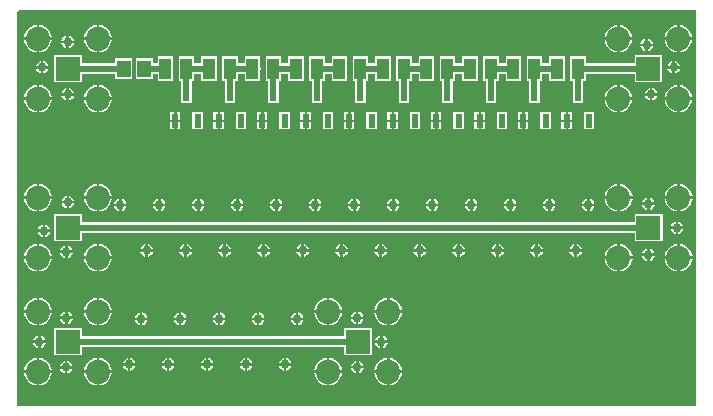
<source format=gtl>
G04*
G04 #@! TF.GenerationSoftware,Altium Limited,Altium Designer,20.0.13 (296)*
G04*
G04 Layer_Physical_Order=1*
G04 Layer_Color=255*
%FSLAX23Y23*%
%MOIN*%
G70*
G01*
G75*
%ADD14R,0.024X0.045*%
%ADD15R,0.040X0.070*%
%ADD16R,0.045X0.057*%
%ADD23C,0.021*%
%ADD24R,0.081X0.081*%
%ADD25C,0.081*%
%ADD26C,0.030*%
G36*
X2280Y15D02*
X15D01*
Y1329D01*
X21Y1335D01*
X2280D01*
Y15D01*
D02*
G37*
%LPC*%
G36*
X2224Y1286D02*
Y1244D01*
X2266D01*
X2265Y1252D01*
X2260Y1263D01*
X2253Y1273D01*
X2243Y1280D01*
X2232Y1285D01*
X2224Y1286D01*
D02*
G37*
G36*
X2024D02*
Y1244D01*
X2066D01*
X2065Y1252D01*
X2060Y1263D01*
X2053Y1273D01*
X2043Y1280D01*
X2032Y1285D01*
X2024Y1286D01*
D02*
G37*
G36*
X2216D02*
X2208Y1285D01*
X2197Y1280D01*
X2187Y1273D01*
X2180Y1263D01*
X2175Y1252D01*
X2174Y1244D01*
X2216D01*
Y1286D01*
D02*
G37*
G36*
X2016D02*
X2008Y1285D01*
X1997Y1280D01*
X1987Y1273D01*
X1980Y1263D01*
X1975Y1252D01*
X1974Y1244D01*
X2016D01*
Y1286D01*
D02*
G37*
G36*
X289D02*
Y1244D01*
X331D01*
X330Y1252D01*
X325Y1263D01*
X318Y1273D01*
X308Y1280D01*
X297Y1285D01*
X289Y1286D01*
D02*
G37*
G36*
X281D02*
X273Y1285D01*
X262Y1280D01*
X252Y1273D01*
X245Y1263D01*
X240Y1252D01*
X239Y1244D01*
X281D01*
Y1286D01*
D02*
G37*
G36*
X89D02*
Y1244D01*
X131D01*
X130Y1252D01*
X125Y1263D01*
X118Y1273D01*
X108Y1280D01*
X97Y1285D01*
X89Y1286D01*
D02*
G37*
G36*
X81D02*
X73Y1285D01*
X62Y1280D01*
X52Y1273D01*
X45Y1263D01*
X40Y1252D01*
X39Y1244D01*
X81D01*
Y1286D01*
D02*
G37*
G36*
X188Y1250D02*
Y1233D01*
X205D01*
X204Y1238D01*
X199Y1245D01*
X192Y1249D01*
X188Y1250D01*
D02*
G37*
G36*
X180D02*
X176Y1249D01*
X169Y1245D01*
X164Y1238D01*
X163Y1233D01*
X180D01*
Y1250D01*
D02*
G37*
G36*
X2118Y1240D02*
Y1223D01*
X2135D01*
X2134Y1228D01*
X2129Y1235D01*
X2122Y1239D01*
X2118Y1240D01*
D02*
G37*
G36*
X2110D02*
X2106Y1239D01*
X2099Y1235D01*
X2094Y1228D01*
X2093Y1223D01*
X2110D01*
Y1240D01*
D02*
G37*
G36*
X205Y1225D02*
X188D01*
Y1209D01*
X192Y1210D01*
X199Y1214D01*
X204Y1221D01*
X205Y1225D01*
D02*
G37*
G36*
X180D02*
X163D01*
X164Y1221D01*
X169Y1214D01*
X176Y1210D01*
X180Y1209D01*
Y1225D01*
D02*
G37*
G36*
X2135Y1215D02*
X2118D01*
Y1199D01*
X2122Y1200D01*
X2129Y1204D01*
X2134Y1211D01*
X2135Y1215D01*
D02*
G37*
G36*
X2110D02*
X2093D01*
X2094Y1211D01*
X2099Y1204D01*
X2106Y1200D01*
X2110Y1199D01*
Y1215D01*
D02*
G37*
G36*
X2266Y1236D02*
X2224D01*
Y1194D01*
X2232Y1195D01*
X2243Y1200D01*
X2253Y1207D01*
X2260Y1217D01*
X2265Y1228D01*
X2266Y1236D01*
D02*
G37*
G36*
X2066D02*
X2024D01*
Y1194D01*
X2032Y1195D01*
X2043Y1200D01*
X2053Y1207D01*
X2060Y1217D01*
X2065Y1228D01*
X2066Y1236D01*
D02*
G37*
G36*
X331Y1236D02*
X289D01*
Y1194D01*
X297Y1195D01*
X308Y1200D01*
X318Y1207D01*
X325Y1217D01*
X330Y1228D01*
X331Y1236D01*
D02*
G37*
G36*
X281D02*
X239D01*
X240Y1228D01*
X245Y1217D01*
X252Y1207D01*
X262Y1200D01*
X273Y1195D01*
X281Y1194D01*
Y1236D01*
D02*
G37*
G36*
X131D02*
X89D01*
Y1194D01*
X97Y1195D01*
X108Y1200D01*
X118Y1207D01*
X125Y1217D01*
X130Y1228D01*
X131Y1236D01*
D02*
G37*
G36*
X81D02*
X39D01*
X40Y1228D01*
X45Y1217D01*
X52Y1207D01*
X62Y1200D01*
X73Y1195D01*
X81Y1194D01*
Y1236D01*
D02*
G37*
G36*
X2216Y1236D02*
X2174D01*
X2175Y1228D01*
X2180Y1217D01*
X2187Y1207D01*
X2197Y1200D01*
X2208Y1195D01*
X2216Y1194D01*
Y1236D01*
D02*
G37*
G36*
X2016D02*
X1974D01*
X1975Y1228D01*
X1980Y1217D01*
X1987Y1207D01*
X1997Y1200D01*
X2008Y1195D01*
X2016Y1194D01*
Y1236D01*
D02*
G37*
G36*
X2166Y1186D02*
X2074D01*
Y1157D01*
X1911D01*
Y1181D01*
X1859D01*
Y1099D01*
X1867D01*
X1868Y1094D01*
Y1083D01*
X1867D01*
Y1026D01*
X1903D01*
Y1083D01*
X1902D01*
Y1094D01*
X1902Y1094D01*
Y1099D01*
X1911D01*
Y1123D01*
X2074D01*
Y1094D01*
X2166D01*
Y1186D01*
D02*
G37*
G36*
X1841Y1181D02*
X1789D01*
Y1157D01*
X1766D01*
Y1181D01*
X1714D01*
Y1099D01*
X1722D01*
X1723Y1094D01*
Y1083D01*
X1722D01*
Y1026D01*
X1758D01*
Y1083D01*
X1757D01*
Y1094D01*
X1757Y1094D01*
Y1099D01*
X1766D01*
Y1123D01*
X1789D01*
Y1099D01*
X1841D01*
Y1181D01*
D02*
G37*
G36*
X1696D02*
X1644D01*
Y1157D01*
X1621D01*
Y1181D01*
X1569D01*
Y1099D01*
X1577D01*
X1578Y1094D01*
Y1083D01*
X1577D01*
Y1026D01*
X1613D01*
Y1083D01*
X1612D01*
Y1094D01*
X1612Y1094D01*
Y1099D01*
X1621D01*
Y1123D01*
X1644D01*
Y1099D01*
X1696D01*
Y1181D01*
D02*
G37*
G36*
X1551D02*
X1499D01*
Y1157D01*
X1476D01*
Y1181D01*
X1424D01*
Y1099D01*
X1432D01*
X1433Y1094D01*
Y1083D01*
X1432D01*
Y1026D01*
X1468D01*
Y1083D01*
X1467D01*
Y1094D01*
X1467Y1094D01*
Y1099D01*
X1476D01*
Y1123D01*
X1499D01*
Y1099D01*
X1551D01*
Y1181D01*
D02*
G37*
G36*
X1406D02*
X1354D01*
Y1157D01*
X1331D01*
Y1181D01*
X1279D01*
Y1099D01*
X1287D01*
X1288Y1094D01*
Y1083D01*
X1287D01*
Y1026D01*
X1323D01*
Y1083D01*
X1322D01*
Y1094D01*
X1322Y1094D01*
Y1099D01*
X1331D01*
Y1123D01*
X1354D01*
Y1099D01*
X1406D01*
Y1181D01*
D02*
G37*
G36*
X1261D02*
X1209D01*
Y1157D01*
X1186D01*
Y1181D01*
X1134D01*
Y1099D01*
X1143D01*
Y1087D01*
X1143Y1087D01*
Y1083D01*
X1142D01*
Y1026D01*
X1178D01*
Y1083D01*
X1178D01*
X1177Y1087D01*
Y1099D01*
X1186D01*
Y1123D01*
X1209D01*
Y1099D01*
X1261D01*
Y1181D01*
D02*
G37*
G36*
X1116D02*
X1064D01*
Y1157D01*
X1041D01*
Y1181D01*
X989D01*
Y1099D01*
X998D01*
Y1087D01*
X998Y1087D01*
Y1083D01*
X997D01*
Y1026D01*
X1033D01*
Y1083D01*
X1033D01*
X1032Y1087D01*
Y1099D01*
X1041D01*
Y1123D01*
X1064D01*
Y1099D01*
X1116D01*
Y1181D01*
D02*
G37*
G36*
X971D02*
X919D01*
Y1157D01*
X896D01*
Y1181D01*
X844D01*
Y1099D01*
X853D01*
Y1083D01*
X852D01*
Y1026D01*
X888D01*
Y1083D01*
X887D01*
Y1099D01*
X896D01*
Y1123D01*
X919D01*
Y1099D01*
X971D01*
Y1136D01*
X972Y1140D01*
X971Y1144D01*
Y1181D01*
D02*
G37*
G36*
X826D02*
X774D01*
Y1157D01*
X751D01*
Y1181D01*
X699D01*
Y1099D01*
X708D01*
Y1083D01*
X707D01*
Y1026D01*
X743D01*
Y1083D01*
X742D01*
Y1099D01*
X751D01*
Y1123D01*
X774D01*
Y1099D01*
X826D01*
Y1136D01*
X827Y1140D01*
X826Y1144D01*
Y1181D01*
D02*
G37*
G36*
X536Y1181D02*
X484D01*
Y1157D01*
X468D01*
Y1175D01*
X411D01*
Y1105D01*
X468D01*
Y1123D01*
X484D01*
Y1099D01*
X536D01*
Y1181D01*
D02*
G37*
G36*
X2208Y1165D02*
Y1148D01*
X2225D01*
X2224Y1153D01*
X2219Y1160D01*
X2212Y1164D01*
X2208Y1165D01*
D02*
G37*
G36*
X2200D02*
X2196Y1164D01*
X2189Y1160D01*
X2184Y1153D01*
X2183Y1148D01*
X2200D01*
Y1165D01*
D02*
G37*
G36*
X103D02*
Y1148D01*
X120D01*
X119Y1153D01*
X114Y1160D01*
X107Y1164D01*
X103Y1165D01*
D02*
G37*
G36*
X95D02*
X91Y1164D01*
X84Y1160D01*
X79Y1153D01*
X78Y1148D01*
X95D01*
Y1165D01*
D02*
G37*
G36*
X120Y1140D02*
X103D01*
Y1124D01*
X107Y1125D01*
X114Y1129D01*
X119Y1136D01*
X120Y1140D01*
D02*
G37*
G36*
X95D02*
X78D01*
X79Y1136D01*
X84Y1129D01*
X91Y1125D01*
X95Y1124D01*
Y1140D01*
D02*
G37*
G36*
X2225D02*
X2208D01*
Y1124D01*
X2212Y1125D01*
X2219Y1129D01*
X2224Y1136D01*
X2225Y1140D01*
D02*
G37*
G36*
X2200D02*
X2183D01*
X2184Y1136D01*
X2189Y1129D01*
X2196Y1125D01*
X2200Y1124D01*
Y1140D01*
D02*
G37*
G36*
X231Y1186D02*
X139D01*
Y1094D01*
X231D01*
Y1123D01*
X342D01*
Y1105D01*
X399D01*
Y1175D01*
X342D01*
Y1157D01*
X231D01*
Y1186D01*
D02*
G37*
G36*
X606Y1181D02*
X554D01*
Y1099D01*
X563D01*
Y1087D01*
X563Y1087D01*
Y1083D01*
X562D01*
Y1026D01*
X598D01*
Y1083D01*
X598D01*
X597Y1087D01*
Y1099D01*
X606D01*
Y1123D01*
X629D01*
Y1099D01*
X681D01*
Y1181D01*
X629D01*
Y1157D01*
X606D01*
Y1181D01*
D02*
G37*
G36*
X2133Y1075D02*
Y1058D01*
X2150D01*
X2149Y1063D01*
X2144Y1070D01*
X2137Y1074D01*
X2133Y1075D01*
D02*
G37*
G36*
X2125D02*
X2121Y1074D01*
X2114Y1070D01*
X2109Y1063D01*
X2108Y1058D01*
X2125D01*
Y1075D01*
D02*
G37*
G36*
X188D02*
Y1058D01*
X205D01*
X204Y1063D01*
X199Y1070D01*
X192Y1074D01*
X188Y1075D01*
D02*
G37*
G36*
X180D02*
X176Y1074D01*
X169Y1070D01*
X164Y1063D01*
X163Y1058D01*
X180D01*
Y1075D01*
D02*
G37*
G36*
X2224Y1086D02*
Y1044D01*
X2266D01*
X2265Y1052D01*
X2260Y1063D01*
X2253Y1073D01*
X2243Y1080D01*
X2232Y1085D01*
X2224Y1086D01*
D02*
G37*
G36*
X2024D02*
Y1044D01*
X2066D01*
X2065Y1052D01*
X2060Y1063D01*
X2053Y1073D01*
X2043Y1080D01*
X2032Y1085D01*
X2024Y1086D01*
D02*
G37*
G36*
X2216D02*
X2208Y1085D01*
X2197Y1080D01*
X2187Y1073D01*
X2180Y1063D01*
X2175Y1052D01*
X2174Y1044D01*
X2216D01*
Y1086D01*
D02*
G37*
G36*
X2016D02*
X2008Y1085D01*
X1997Y1080D01*
X1987Y1073D01*
X1980Y1063D01*
X1975Y1052D01*
X1974Y1044D01*
X2016D01*
Y1086D01*
D02*
G37*
G36*
X289D02*
Y1044D01*
X331D01*
X330Y1052D01*
X325Y1063D01*
X318Y1073D01*
X308Y1080D01*
X297Y1085D01*
X289Y1086D01*
D02*
G37*
G36*
X281D02*
X273Y1085D01*
X262Y1080D01*
X252Y1073D01*
X245Y1063D01*
X240Y1052D01*
X239Y1044D01*
X281D01*
Y1086D01*
D02*
G37*
G36*
X89D02*
Y1044D01*
X131D01*
X130Y1052D01*
X125Y1063D01*
X118Y1073D01*
X108Y1080D01*
X97Y1085D01*
X89Y1086D01*
D02*
G37*
G36*
X81D02*
X73Y1085D01*
X62Y1080D01*
X52Y1073D01*
X45Y1063D01*
X40Y1052D01*
X39Y1044D01*
X81D01*
Y1086D01*
D02*
G37*
G36*
X2150Y1050D02*
X2133D01*
Y1034D01*
X2137Y1035D01*
X2144Y1039D01*
X2149Y1046D01*
X2150Y1050D01*
D02*
G37*
G36*
X2125D02*
X2108D01*
X2109Y1046D01*
X2114Y1039D01*
X2121Y1035D01*
X2125Y1034D01*
Y1050D01*
D02*
G37*
G36*
X205D02*
X188D01*
Y1034D01*
X192Y1035D01*
X199Y1039D01*
X204Y1046D01*
X205Y1050D01*
D02*
G37*
G36*
X180D02*
X163D01*
X164Y1046D01*
X169Y1039D01*
X176Y1035D01*
X180Y1034D01*
Y1050D01*
D02*
G37*
G36*
X2266Y1036D02*
X2224D01*
Y994D01*
X2232Y995D01*
X2243Y1000D01*
X2253Y1007D01*
X2260Y1017D01*
X2265Y1028D01*
X2266Y1036D01*
D02*
G37*
G36*
X2066D02*
X2024D01*
Y994D01*
X2032Y995D01*
X2043Y1000D01*
X2053Y1007D01*
X2060Y1017D01*
X2065Y1028D01*
X2066Y1036D01*
D02*
G37*
G36*
X331Y1036D02*
X289D01*
Y994D01*
X297Y995D01*
X308Y1000D01*
X318Y1007D01*
X325Y1017D01*
X330Y1028D01*
X331Y1036D01*
D02*
G37*
G36*
X281D02*
X239D01*
X240Y1028D01*
X245Y1017D01*
X252Y1007D01*
X262Y1000D01*
X273Y995D01*
X281Y994D01*
Y1036D01*
D02*
G37*
G36*
X131D02*
X89D01*
Y994D01*
X97Y995D01*
X108Y1000D01*
X118Y1007D01*
X125Y1017D01*
X130Y1028D01*
X131Y1036D01*
D02*
G37*
G36*
X81D02*
X39D01*
X40Y1028D01*
X45Y1017D01*
X52Y1007D01*
X62Y1000D01*
X73Y995D01*
X81Y994D01*
Y1036D01*
D02*
G37*
G36*
X2216Y1036D02*
X2174D01*
X2175Y1028D01*
X2180Y1017D01*
X2187Y1007D01*
X2197Y1000D01*
X2208Y995D01*
X2216Y994D01*
Y1036D01*
D02*
G37*
G36*
X2016D02*
X1974D01*
X1975Y1028D01*
X1980Y1017D01*
X1987Y1007D01*
X1997Y1000D01*
X2008Y995D01*
X2016Y994D01*
Y1036D01*
D02*
G37*
G36*
X1720Y994D02*
X1707D01*
Y970D01*
X1720D01*
Y994D01*
D02*
G37*
G36*
X1575D02*
X1562D01*
Y970D01*
X1575D01*
Y994D01*
D02*
G37*
G36*
X1140D02*
X1127D01*
Y970D01*
X1140D01*
Y994D01*
D02*
G37*
G36*
X705D02*
X692D01*
Y970D01*
X705D01*
Y994D01*
D02*
G37*
G36*
X1285D02*
X1272D01*
Y970D01*
X1285D01*
Y994D01*
D02*
G37*
G36*
X850D02*
X837D01*
Y970D01*
X850D01*
Y994D01*
D02*
G37*
G36*
X560D02*
X547D01*
Y970D01*
X560D01*
Y994D01*
D02*
G37*
G36*
X1865D02*
X1852D01*
Y970D01*
X1865D01*
Y994D01*
D02*
G37*
G36*
X1430D02*
X1417D01*
Y970D01*
X1430D01*
Y994D01*
D02*
G37*
G36*
X995D02*
X982D01*
Y970D01*
X995D01*
Y994D01*
D02*
G37*
G36*
X1699D02*
X1685D01*
Y970D01*
X1699D01*
Y994D01*
D02*
G37*
G36*
X684D02*
X670D01*
Y970D01*
X684D01*
Y994D01*
D02*
G37*
G36*
X1554D02*
X1540D01*
Y970D01*
X1554D01*
Y994D01*
D02*
G37*
G36*
X1119D02*
X1105D01*
Y970D01*
X1119D01*
Y994D01*
D02*
G37*
G36*
X1264D02*
X1250D01*
Y970D01*
X1264D01*
Y994D01*
D02*
G37*
G36*
X829D02*
X815D01*
Y970D01*
X829D01*
Y994D01*
D02*
G37*
G36*
X539D02*
X525D01*
Y970D01*
X539D01*
Y994D01*
D02*
G37*
G36*
X1844D02*
X1830D01*
Y970D01*
X1844D01*
Y994D01*
D02*
G37*
G36*
X1409D02*
X1395D01*
Y970D01*
X1409D01*
Y994D01*
D02*
G37*
G36*
X974D02*
X960D01*
Y970D01*
X974D01*
Y994D01*
D02*
G37*
G36*
X1940D02*
X1905D01*
Y937D01*
X1940D01*
Y994D01*
D02*
G37*
G36*
X1865Y962D02*
X1852D01*
Y937D01*
X1865D01*
Y962D01*
D02*
G37*
G36*
X1844D02*
X1830D01*
Y937D01*
X1844D01*
Y962D01*
D02*
G37*
G36*
X1795Y994D02*
X1760D01*
Y937D01*
X1795D01*
Y994D01*
D02*
G37*
G36*
X1720Y962D02*
X1707D01*
Y937D01*
X1720D01*
Y962D01*
D02*
G37*
G36*
X1699D02*
X1685D01*
Y937D01*
X1699D01*
Y962D01*
D02*
G37*
G36*
X1650Y994D02*
X1615D01*
Y937D01*
X1650D01*
Y994D01*
D02*
G37*
G36*
X1575Y962D02*
X1562D01*
Y937D01*
X1575D01*
Y962D01*
D02*
G37*
G36*
X1554D02*
X1540D01*
Y937D01*
X1554D01*
Y962D01*
D02*
G37*
G36*
X1505Y994D02*
X1470D01*
Y937D01*
X1505D01*
Y994D01*
D02*
G37*
G36*
X1430Y962D02*
X1417D01*
Y937D01*
X1430D01*
Y962D01*
D02*
G37*
G36*
X1409D02*
X1395D01*
Y937D01*
X1409D01*
Y962D01*
D02*
G37*
G36*
X1360Y994D02*
X1325D01*
Y937D01*
X1360D01*
Y994D01*
D02*
G37*
G36*
X1285Y962D02*
X1272D01*
Y937D01*
X1285D01*
Y962D01*
D02*
G37*
G36*
X1264D02*
X1250D01*
Y937D01*
X1264D01*
Y962D01*
D02*
G37*
G36*
X1215Y994D02*
X1180D01*
Y937D01*
X1215D01*
Y994D01*
D02*
G37*
G36*
X1140Y962D02*
X1127D01*
Y937D01*
X1140D01*
Y962D01*
D02*
G37*
G36*
X1119D02*
X1105D01*
Y937D01*
X1119D01*
Y962D01*
D02*
G37*
G36*
X1070Y994D02*
X1035D01*
Y937D01*
X1070D01*
Y994D01*
D02*
G37*
G36*
X995Y962D02*
X982D01*
Y937D01*
X995D01*
Y962D01*
D02*
G37*
G36*
X974D02*
X960D01*
Y937D01*
X974D01*
Y962D01*
D02*
G37*
G36*
X925Y994D02*
X890D01*
Y937D01*
X925D01*
Y994D01*
D02*
G37*
G36*
X850Y962D02*
X837D01*
Y937D01*
X850D01*
Y962D01*
D02*
G37*
G36*
X829D02*
X815D01*
Y937D01*
X829D01*
Y962D01*
D02*
G37*
G36*
X780Y994D02*
X745D01*
Y937D01*
X780D01*
Y994D01*
D02*
G37*
G36*
X705Y962D02*
X692D01*
Y937D01*
X705D01*
Y962D01*
D02*
G37*
G36*
X684D02*
X670D01*
Y937D01*
X684D01*
Y962D01*
D02*
G37*
G36*
X635Y994D02*
X600D01*
Y937D01*
X635D01*
Y994D01*
D02*
G37*
G36*
X560Y962D02*
X547D01*
Y937D01*
X560D01*
Y962D01*
D02*
G37*
G36*
X539D02*
X525D01*
Y937D01*
X539D01*
Y962D01*
D02*
G37*
G36*
X2224Y756D02*
Y714D01*
X2267D01*
X2265Y722D01*
X2261Y733D01*
X2253Y743D01*
X2244Y750D01*
X2232Y755D01*
X2224Y756D01*
D02*
G37*
G36*
X2024D02*
Y714D01*
X2067D01*
X2065Y722D01*
X2061Y733D01*
X2053Y743D01*
X2044Y750D01*
X2032Y755D01*
X2024Y756D01*
D02*
G37*
G36*
X2216D02*
X2208Y755D01*
X2197Y750D01*
X2187Y743D01*
X2180Y733D01*
X2175Y722D01*
X2174Y714D01*
X2216D01*
Y756D01*
D02*
G37*
G36*
X2016D02*
X2008Y755D01*
X1997Y750D01*
X1987Y743D01*
X1980Y733D01*
X1975Y722D01*
X1974Y714D01*
X2016D01*
Y756D01*
D02*
G37*
G36*
X289D02*
Y714D01*
X332D01*
X330Y722D01*
X326Y733D01*
X318Y743D01*
X309Y750D01*
X297Y755D01*
X289Y756D01*
D02*
G37*
G36*
X281D02*
X273Y755D01*
X262Y750D01*
X252Y743D01*
X245Y733D01*
X240Y722D01*
X239Y714D01*
X281D01*
Y756D01*
D02*
G37*
G36*
X89D02*
Y714D01*
X132D01*
X130Y722D01*
X126Y733D01*
X118Y743D01*
X109Y750D01*
X97Y755D01*
X89Y756D01*
D02*
G37*
G36*
X81D02*
X73Y755D01*
X62Y750D01*
X52Y743D01*
X45Y733D01*
X40Y722D01*
X39Y714D01*
X81D01*
Y756D01*
D02*
G37*
G36*
X189Y716D02*
Y699D01*
X206D01*
X205Y703D01*
X200Y710D01*
X193Y715D01*
X189Y716D01*
D02*
G37*
G36*
X181D02*
X177Y715D01*
X170Y710D01*
X165Y703D01*
X164Y699D01*
X181D01*
Y716D01*
D02*
G37*
G36*
X2124Y711D02*
Y694D01*
X2141D01*
X2140Y698D01*
X2135Y705D01*
X2128Y710D01*
X2124Y711D01*
D02*
G37*
G36*
X2116D02*
X2112Y710D01*
X2105Y705D01*
X2100Y698D01*
X2099Y694D01*
X2116D01*
Y711D01*
D02*
G37*
G36*
X1924Y707D02*
Y690D01*
X1940D01*
X1939Y694D01*
X1935Y701D01*
X1928Y706D01*
X1924Y707D01*
D02*
G37*
G36*
X1916D02*
X1911Y706D01*
X1904Y701D01*
X1900Y694D01*
X1899Y690D01*
X1916D01*
Y707D01*
D02*
G37*
G36*
X1794D02*
Y690D01*
X1810D01*
X1809Y694D01*
X1805Y701D01*
X1798Y706D01*
X1794Y707D01*
D02*
G37*
G36*
X1786D02*
X1781Y706D01*
X1774Y701D01*
X1770Y694D01*
X1769Y690D01*
X1786D01*
Y707D01*
D02*
G37*
G36*
X1664D02*
Y690D01*
X1680D01*
X1679Y694D01*
X1675Y701D01*
X1668Y706D01*
X1664Y707D01*
D02*
G37*
G36*
X1656D02*
X1651Y706D01*
X1644Y701D01*
X1640Y694D01*
X1639Y690D01*
X1656D01*
Y707D01*
D02*
G37*
G36*
X1534D02*
Y690D01*
X1550D01*
X1549Y694D01*
X1545Y701D01*
X1538Y706D01*
X1534Y707D01*
D02*
G37*
G36*
X1526D02*
X1521Y706D01*
X1514Y701D01*
X1510Y694D01*
X1509Y690D01*
X1526D01*
Y707D01*
D02*
G37*
G36*
X1404D02*
Y690D01*
X1420D01*
X1419Y694D01*
X1415Y701D01*
X1408Y706D01*
X1404Y707D01*
D02*
G37*
G36*
X1396D02*
X1391Y706D01*
X1384Y701D01*
X1380Y694D01*
X1379Y690D01*
X1396D01*
Y707D01*
D02*
G37*
G36*
X1274D02*
Y690D01*
X1290D01*
X1289Y694D01*
X1285Y701D01*
X1278Y706D01*
X1274Y707D01*
D02*
G37*
G36*
X1266D02*
X1261Y706D01*
X1254Y701D01*
X1250Y694D01*
X1249Y690D01*
X1266D01*
Y707D01*
D02*
G37*
G36*
X1144D02*
Y690D01*
X1160D01*
X1159Y694D01*
X1155Y701D01*
X1148Y706D01*
X1144Y707D01*
D02*
G37*
G36*
X1136D02*
X1131Y706D01*
X1124Y701D01*
X1120Y694D01*
X1119Y690D01*
X1136D01*
Y707D01*
D02*
G37*
G36*
X1014D02*
Y690D01*
X1030D01*
X1029Y694D01*
X1025Y701D01*
X1018Y706D01*
X1014Y707D01*
D02*
G37*
G36*
X1006D02*
X1001Y706D01*
X994Y701D01*
X990Y694D01*
X989Y690D01*
X1006D01*
Y707D01*
D02*
G37*
G36*
X884D02*
Y690D01*
X900D01*
X899Y694D01*
X895Y701D01*
X888Y706D01*
X884Y707D01*
D02*
G37*
G36*
X876D02*
X871Y706D01*
X864Y701D01*
X860Y694D01*
X859Y690D01*
X876D01*
Y707D01*
D02*
G37*
G36*
X754D02*
Y690D01*
X770D01*
X769Y694D01*
X765Y701D01*
X758Y706D01*
X754Y707D01*
D02*
G37*
G36*
X746D02*
X741Y706D01*
X734Y701D01*
X730Y694D01*
X729Y690D01*
X746D01*
Y707D01*
D02*
G37*
G36*
X624D02*
Y690D01*
X640D01*
X639Y694D01*
X635Y701D01*
X628Y706D01*
X624Y707D01*
D02*
G37*
G36*
X616D02*
X611Y706D01*
X604Y701D01*
X600Y694D01*
X599Y690D01*
X616D01*
Y707D01*
D02*
G37*
G36*
X494D02*
Y690D01*
X510D01*
X509Y694D01*
X505Y701D01*
X498Y706D01*
X494Y707D01*
D02*
G37*
G36*
X486D02*
X481Y706D01*
X474Y701D01*
X470Y694D01*
X469Y690D01*
X486D01*
Y707D01*
D02*
G37*
G36*
X364D02*
Y690D01*
X380D01*
X379Y694D01*
X375Y701D01*
X368Y706D01*
X364Y707D01*
D02*
G37*
G36*
X356D02*
X351Y706D01*
X344Y701D01*
X340Y694D01*
X339Y690D01*
X356D01*
Y707D01*
D02*
G37*
G36*
X206Y691D02*
X189D01*
Y674D01*
X193Y675D01*
X200Y680D01*
X205Y687D01*
X206Y691D01*
D02*
G37*
G36*
X181D02*
X164D01*
X165Y687D01*
X170Y680D01*
X177Y675D01*
X181Y674D01*
Y691D01*
D02*
G37*
G36*
X2141Y686D02*
X2124D01*
Y669D01*
X2128Y670D01*
X2135Y675D01*
X2140Y682D01*
X2141Y686D01*
D02*
G37*
G36*
X2116D02*
X2099D01*
X2100Y682D01*
X2105Y675D01*
X2112Y670D01*
X2116Y669D01*
Y686D01*
D02*
G37*
G36*
X1940Y682D02*
X1924D01*
Y665D01*
X1928Y666D01*
X1935Y671D01*
X1939Y678D01*
X1940Y682D01*
D02*
G37*
G36*
X1916D02*
X1899D01*
X1900Y678D01*
X1904Y671D01*
X1911Y666D01*
X1916Y665D01*
Y682D01*
D02*
G37*
G36*
X1810D02*
X1794D01*
Y665D01*
X1798Y666D01*
X1805Y671D01*
X1809Y678D01*
X1810Y682D01*
D02*
G37*
G36*
X1786D02*
X1769D01*
X1770Y678D01*
X1774Y671D01*
X1781Y666D01*
X1786Y665D01*
Y682D01*
D02*
G37*
G36*
X1680D02*
X1664D01*
Y665D01*
X1668Y666D01*
X1675Y671D01*
X1679Y678D01*
X1680Y682D01*
D02*
G37*
G36*
X1656D02*
X1639D01*
X1640Y678D01*
X1644Y671D01*
X1651Y666D01*
X1656Y665D01*
Y682D01*
D02*
G37*
G36*
X1550D02*
X1534D01*
Y665D01*
X1538Y666D01*
X1545Y671D01*
X1549Y678D01*
X1550Y682D01*
D02*
G37*
G36*
X1526D02*
X1509D01*
X1510Y678D01*
X1514Y671D01*
X1521Y666D01*
X1526Y665D01*
Y682D01*
D02*
G37*
G36*
X1420D02*
X1404D01*
Y665D01*
X1408Y666D01*
X1415Y671D01*
X1419Y678D01*
X1420Y682D01*
D02*
G37*
G36*
X1396D02*
X1379D01*
X1380Y678D01*
X1384Y671D01*
X1391Y666D01*
X1396Y665D01*
Y682D01*
D02*
G37*
G36*
X1290D02*
X1274D01*
Y665D01*
X1278Y666D01*
X1285Y671D01*
X1289Y678D01*
X1290Y682D01*
D02*
G37*
G36*
X1266D02*
X1249D01*
X1250Y678D01*
X1254Y671D01*
X1261Y666D01*
X1266Y665D01*
Y682D01*
D02*
G37*
G36*
X1160D02*
X1144D01*
Y665D01*
X1148Y666D01*
X1155Y671D01*
X1159Y678D01*
X1160Y682D01*
D02*
G37*
G36*
X1136D02*
X1119D01*
X1120Y678D01*
X1124Y671D01*
X1131Y666D01*
X1136Y665D01*
Y682D01*
D02*
G37*
G36*
X1030D02*
X1014D01*
Y665D01*
X1018Y666D01*
X1025Y671D01*
X1029Y678D01*
X1030Y682D01*
D02*
G37*
G36*
X1006D02*
X989D01*
X990Y678D01*
X994Y671D01*
X1001Y666D01*
X1006Y665D01*
Y682D01*
D02*
G37*
G36*
X900D02*
X884D01*
Y665D01*
X888Y666D01*
X895Y671D01*
X899Y678D01*
X900Y682D01*
D02*
G37*
G36*
X876D02*
X859D01*
X860Y678D01*
X864Y671D01*
X871Y666D01*
X876Y665D01*
Y682D01*
D02*
G37*
G36*
X770D02*
X754D01*
Y665D01*
X758Y666D01*
X765Y671D01*
X769Y678D01*
X770Y682D01*
D02*
G37*
G36*
X746D02*
X729D01*
X730Y678D01*
X734Y671D01*
X741Y666D01*
X746Y665D01*
Y682D01*
D02*
G37*
G36*
X640D02*
X624D01*
Y665D01*
X628Y666D01*
X635Y671D01*
X639Y678D01*
X640Y682D01*
D02*
G37*
G36*
X616D02*
X599D01*
X600Y678D01*
X604Y671D01*
X611Y666D01*
X616Y665D01*
Y682D01*
D02*
G37*
G36*
X510D02*
X494D01*
Y665D01*
X498Y666D01*
X505Y671D01*
X509Y678D01*
X510Y682D01*
D02*
G37*
G36*
X486D02*
X469D01*
X470Y678D01*
X474Y671D01*
X481Y666D01*
X486Y665D01*
Y682D01*
D02*
G37*
G36*
X380D02*
X364D01*
Y665D01*
X368Y666D01*
X375Y671D01*
X379Y678D01*
X380Y682D01*
D02*
G37*
G36*
X356D02*
X339D01*
X340Y678D01*
X344Y671D01*
X351Y666D01*
X356Y665D01*
Y682D01*
D02*
G37*
G36*
X2216Y706D02*
X2174D01*
X2175Y698D01*
X2180Y687D01*
X2187Y677D01*
X2197Y670D01*
X2208Y665D01*
X2216Y664D01*
Y706D01*
D02*
G37*
G36*
X2016D02*
X1974D01*
X1975Y698D01*
X1980Y687D01*
X1987Y677D01*
X1997Y670D01*
X2008Y665D01*
X2016Y664D01*
Y706D01*
D02*
G37*
G36*
X332Y706D02*
X289D01*
Y664D01*
X297Y665D01*
X309Y670D01*
X318Y677D01*
X326Y687D01*
X330Y698D01*
X332Y706D01*
D02*
G37*
G36*
X281D02*
X239D01*
X240Y698D01*
X245Y687D01*
X252Y677D01*
X262Y670D01*
X273Y665D01*
X281Y664D01*
Y706D01*
D02*
G37*
G36*
X132D02*
X89D01*
Y664D01*
X97Y665D01*
X109Y670D01*
X118Y677D01*
X126Y687D01*
X130Y698D01*
X132Y706D01*
D02*
G37*
G36*
X81D02*
X39D01*
X40Y698D01*
X45Y687D01*
X52Y677D01*
X62Y670D01*
X73Y665D01*
X81Y664D01*
Y706D01*
D02*
G37*
G36*
X2267Y706D02*
X2224D01*
Y664D01*
X2232Y665D01*
X2244Y670D01*
X2253Y677D01*
X2261Y687D01*
X2265Y698D01*
X2267Y706D01*
D02*
G37*
G36*
X2067D02*
X2024D01*
Y664D01*
X2032Y665D01*
X2044Y670D01*
X2053Y677D01*
X2061Y687D01*
X2065Y698D01*
X2067Y706D01*
D02*
G37*
G36*
X2167Y656D02*
X2074D01*
Y627D01*
X232D01*
Y656D01*
X139D01*
Y564D01*
X232D01*
Y593D01*
X2074D01*
Y564D01*
X2167D01*
Y656D01*
D02*
G37*
G36*
X2219Y631D02*
Y614D01*
X2236D01*
X2235Y618D01*
X2230Y625D01*
X2223Y630D01*
X2219Y631D01*
D02*
G37*
G36*
X2211D02*
X2207Y630D01*
X2200Y625D01*
X2195Y618D01*
X2194Y614D01*
X2211D01*
Y631D01*
D02*
G37*
G36*
X109Y621D02*
Y604D01*
X126D01*
X125Y608D01*
X120Y615D01*
X113Y620D01*
X109Y621D01*
D02*
G37*
G36*
X101D02*
X97Y620D01*
X90Y615D01*
X85Y608D01*
X84Y604D01*
X101D01*
Y621D01*
D02*
G37*
G36*
X2236Y606D02*
X2219D01*
Y589D01*
X2223Y590D01*
X2230Y595D01*
X2235Y602D01*
X2236Y606D01*
D02*
G37*
G36*
X2211D02*
X2194D01*
X2195Y602D01*
X2200Y595D01*
X2207Y590D01*
X2211Y589D01*
Y606D01*
D02*
G37*
G36*
X126Y596D02*
X109D01*
Y579D01*
X113Y580D01*
X120Y585D01*
X125Y592D01*
X126Y596D01*
D02*
G37*
G36*
X101D02*
X84D01*
X85Y592D01*
X90Y585D01*
X97Y580D01*
X101Y579D01*
Y596D01*
D02*
G37*
G36*
X1881Y555D02*
Y538D01*
X1897D01*
X1897Y542D01*
X1892Y549D01*
X1885Y554D01*
X1881Y555D01*
D02*
G37*
G36*
X1873D02*
X1869Y554D01*
X1862Y549D01*
X1857Y542D01*
X1856Y538D01*
X1873D01*
Y555D01*
D02*
G37*
G36*
X1751D02*
Y538D01*
X1767D01*
X1767Y542D01*
X1762Y549D01*
X1755Y554D01*
X1751Y555D01*
D02*
G37*
G36*
X1743D02*
X1739Y554D01*
X1732Y549D01*
X1727Y542D01*
X1726Y538D01*
X1743D01*
Y555D01*
D02*
G37*
G36*
X1621D02*
Y538D01*
X1637D01*
X1637Y542D01*
X1632Y549D01*
X1625Y554D01*
X1621Y555D01*
D02*
G37*
G36*
X1613D02*
X1609Y554D01*
X1602Y549D01*
X1597Y542D01*
X1596Y538D01*
X1613D01*
Y555D01*
D02*
G37*
G36*
X1491D02*
Y538D01*
X1507D01*
X1507Y542D01*
X1502Y549D01*
X1495Y554D01*
X1491Y555D01*
D02*
G37*
G36*
X1483D02*
X1479Y554D01*
X1472Y549D01*
X1467Y542D01*
X1466Y538D01*
X1483D01*
Y555D01*
D02*
G37*
G36*
X1361D02*
Y538D01*
X1377D01*
X1377Y542D01*
X1372Y549D01*
X1365Y554D01*
X1361Y555D01*
D02*
G37*
G36*
X1353D02*
X1349Y554D01*
X1342Y549D01*
X1337Y542D01*
X1336Y538D01*
X1353D01*
Y555D01*
D02*
G37*
G36*
X1231D02*
Y538D01*
X1247D01*
X1247Y542D01*
X1242Y549D01*
X1235Y554D01*
X1231Y555D01*
D02*
G37*
G36*
X1223D02*
X1219Y554D01*
X1212Y549D01*
X1207Y542D01*
X1206Y538D01*
X1223D01*
Y555D01*
D02*
G37*
G36*
X1101D02*
Y538D01*
X1117D01*
X1117Y542D01*
X1112Y549D01*
X1105Y554D01*
X1101Y555D01*
D02*
G37*
G36*
X1093D02*
X1089Y554D01*
X1082Y549D01*
X1077Y542D01*
X1076Y538D01*
X1093D01*
Y555D01*
D02*
G37*
G36*
X971D02*
Y538D01*
X987D01*
X987Y542D01*
X982Y549D01*
X975Y554D01*
X971Y555D01*
D02*
G37*
G36*
X963D02*
X959Y554D01*
X952Y549D01*
X947Y542D01*
X946Y538D01*
X963D01*
Y555D01*
D02*
G37*
G36*
X841D02*
Y538D01*
X857D01*
X857Y542D01*
X852Y549D01*
X845Y554D01*
X841Y555D01*
D02*
G37*
G36*
X833D02*
X829Y554D01*
X822Y549D01*
X817Y542D01*
X816Y538D01*
X833D01*
Y555D01*
D02*
G37*
G36*
X711D02*
Y538D01*
X727D01*
X727Y542D01*
X722Y549D01*
X715Y554D01*
X711Y555D01*
D02*
G37*
G36*
X703D02*
X699Y554D01*
X692Y549D01*
X687Y542D01*
X686Y538D01*
X703D01*
Y555D01*
D02*
G37*
G36*
X581D02*
Y538D01*
X597D01*
X597Y542D01*
X592Y549D01*
X585Y554D01*
X581Y555D01*
D02*
G37*
G36*
X573D02*
X569Y554D01*
X562Y549D01*
X557Y542D01*
X556Y538D01*
X573D01*
Y555D01*
D02*
G37*
G36*
X451D02*
Y538D01*
X467D01*
X467Y542D01*
X462Y549D01*
X455Y554D01*
X451Y555D01*
D02*
G37*
G36*
X443D02*
X439Y554D01*
X432Y549D01*
X427Y542D01*
X426Y538D01*
X443D01*
Y555D01*
D02*
G37*
G36*
X184Y551D02*
Y534D01*
X201D01*
X200Y538D01*
X195Y545D01*
X188Y550D01*
X184Y551D01*
D02*
G37*
G36*
X176D02*
X172Y550D01*
X165Y545D01*
X160Y538D01*
X159Y534D01*
X176D01*
Y551D01*
D02*
G37*
G36*
X2124Y541D02*
Y524D01*
X2141D01*
X2140Y528D01*
X2135Y535D01*
X2128Y540D01*
X2124Y541D01*
D02*
G37*
G36*
X2116D02*
X2112Y540D01*
X2105Y535D01*
X2100Y528D01*
X2099Y524D01*
X2116D01*
Y541D01*
D02*
G37*
G36*
X2224Y556D02*
Y514D01*
X2267D01*
X2265Y522D01*
X2261Y533D01*
X2253Y543D01*
X2244Y550D01*
X2232Y555D01*
X2224Y556D01*
D02*
G37*
G36*
X2024D02*
Y514D01*
X2067D01*
X2065Y522D01*
X2061Y533D01*
X2053Y543D01*
X2044Y550D01*
X2032Y555D01*
X2024Y556D01*
D02*
G37*
G36*
X2216D02*
X2208Y555D01*
X2197Y550D01*
X2187Y543D01*
X2180Y533D01*
X2175Y522D01*
X2174Y514D01*
X2216D01*
Y556D01*
D02*
G37*
G36*
X2016D02*
X2008Y555D01*
X1997Y550D01*
X1987Y543D01*
X1980Y533D01*
X1975Y522D01*
X1974Y514D01*
X2016D01*
Y556D01*
D02*
G37*
G36*
X289D02*
Y514D01*
X332D01*
X330Y522D01*
X326Y533D01*
X318Y543D01*
X309Y550D01*
X297Y555D01*
X289Y556D01*
D02*
G37*
G36*
X281D02*
X273Y555D01*
X262Y550D01*
X252Y543D01*
X245Y533D01*
X240Y522D01*
X239Y514D01*
X281D01*
Y556D01*
D02*
G37*
G36*
X89D02*
Y514D01*
X132D01*
X130Y522D01*
X126Y533D01*
X118Y543D01*
X109Y550D01*
X97Y555D01*
X89Y556D01*
D02*
G37*
G36*
X81D02*
X73Y555D01*
X62Y550D01*
X52Y543D01*
X45Y533D01*
X40Y522D01*
X39Y514D01*
X81D01*
Y556D01*
D02*
G37*
G36*
X1247Y530D02*
X1231D01*
Y513D01*
X1235Y514D01*
X1242Y519D01*
X1247Y526D01*
X1247Y530D01*
D02*
G37*
G36*
X1223D02*
X1206D01*
X1207Y526D01*
X1212Y519D01*
X1219Y514D01*
X1223Y513D01*
Y530D01*
D02*
G37*
G36*
X1117D02*
X1101D01*
Y513D01*
X1105Y514D01*
X1112Y519D01*
X1117Y526D01*
X1117Y530D01*
D02*
G37*
G36*
X1093D02*
X1076D01*
X1077Y526D01*
X1082Y519D01*
X1089Y514D01*
X1093Y513D01*
Y530D01*
D02*
G37*
G36*
X987D02*
X971D01*
Y513D01*
X975Y514D01*
X982Y519D01*
X987Y526D01*
X987Y530D01*
D02*
G37*
G36*
X963D02*
X946D01*
X947Y526D01*
X952Y519D01*
X959Y514D01*
X963Y513D01*
Y530D01*
D02*
G37*
G36*
X857D02*
X841D01*
Y513D01*
X845Y514D01*
X852Y519D01*
X857Y526D01*
X857Y530D01*
D02*
G37*
G36*
X833D02*
X816D01*
X817Y526D01*
X822Y519D01*
X829Y514D01*
X833Y513D01*
Y530D01*
D02*
G37*
G36*
X727D02*
X711D01*
Y513D01*
X715Y514D01*
X722Y519D01*
X727Y526D01*
X727Y530D01*
D02*
G37*
G36*
X703D02*
X686D01*
X687Y526D01*
X692Y519D01*
X699Y514D01*
X703Y513D01*
Y530D01*
D02*
G37*
G36*
X597D02*
X581D01*
Y513D01*
X585Y514D01*
X592Y519D01*
X597Y526D01*
X597Y530D01*
D02*
G37*
G36*
X573D02*
X556D01*
X557Y526D01*
X562Y519D01*
X569Y514D01*
X573Y513D01*
Y530D01*
D02*
G37*
G36*
X467D02*
X451D01*
Y513D01*
X455Y514D01*
X462Y519D01*
X467Y526D01*
X467Y530D01*
D02*
G37*
G36*
X443D02*
X426D01*
X427Y526D01*
X432Y519D01*
X439Y514D01*
X443Y513D01*
Y530D01*
D02*
G37*
G36*
X1897D02*
X1881D01*
Y513D01*
X1885Y514D01*
X1892Y519D01*
X1897Y526D01*
X1897Y530D01*
D02*
G37*
G36*
X1873D02*
X1856D01*
X1857Y526D01*
X1862Y519D01*
X1869Y514D01*
X1873Y513D01*
Y530D01*
D02*
G37*
G36*
X1767D02*
X1751D01*
Y513D01*
X1755Y514D01*
X1762Y519D01*
X1767Y526D01*
X1767Y530D01*
D02*
G37*
G36*
X1743D02*
X1726D01*
X1727Y526D01*
X1732Y519D01*
X1739Y514D01*
X1743Y513D01*
Y530D01*
D02*
G37*
G36*
X1637D02*
X1621D01*
Y513D01*
X1625Y514D01*
X1632Y519D01*
X1637Y526D01*
X1637Y530D01*
D02*
G37*
G36*
X1613D02*
X1596D01*
X1597Y526D01*
X1602Y519D01*
X1609Y514D01*
X1613Y513D01*
Y530D01*
D02*
G37*
G36*
X1507D02*
X1491D01*
Y513D01*
X1495Y514D01*
X1502Y519D01*
X1507Y526D01*
X1507Y530D01*
D02*
G37*
G36*
X1483D02*
X1466D01*
X1467Y526D01*
X1472Y519D01*
X1479Y514D01*
X1483Y513D01*
Y530D01*
D02*
G37*
G36*
X1377D02*
X1361D01*
Y513D01*
X1365Y514D01*
X1372Y519D01*
X1377Y526D01*
X1377Y530D01*
D02*
G37*
G36*
X1353D02*
X1336D01*
X1337Y526D01*
X1342Y519D01*
X1349Y514D01*
X1353Y513D01*
Y530D01*
D02*
G37*
G36*
X201Y526D02*
X184D01*
Y509D01*
X188Y510D01*
X195Y515D01*
X200Y522D01*
X201Y526D01*
D02*
G37*
G36*
X176D02*
X159D01*
X160Y522D01*
X165Y515D01*
X172Y510D01*
X176Y509D01*
Y526D01*
D02*
G37*
G36*
X2141Y516D02*
X2124D01*
Y499D01*
X2128Y500D01*
X2135Y505D01*
X2140Y512D01*
X2141Y516D01*
D02*
G37*
G36*
X2116D02*
X2099D01*
X2100Y512D01*
X2105Y505D01*
X2112Y500D01*
X2116Y499D01*
Y516D01*
D02*
G37*
G36*
X2216Y506D02*
X2174D01*
X2175Y498D01*
X2180Y487D01*
X2187Y477D01*
X2197Y470D01*
X2208Y465D01*
X2216Y464D01*
Y506D01*
D02*
G37*
G36*
X2016D02*
X1974D01*
X1975Y498D01*
X1980Y487D01*
X1987Y477D01*
X1997Y470D01*
X2008Y465D01*
X2016Y464D01*
Y506D01*
D02*
G37*
G36*
X332Y506D02*
X289D01*
Y464D01*
X297Y465D01*
X309Y470D01*
X318Y477D01*
X326Y487D01*
X330Y498D01*
X332Y506D01*
D02*
G37*
G36*
X281D02*
X239D01*
X240Y498D01*
X245Y487D01*
X252Y477D01*
X262Y470D01*
X273Y465D01*
X281Y464D01*
Y506D01*
D02*
G37*
G36*
X132D02*
X89D01*
Y464D01*
X97Y465D01*
X109Y470D01*
X118Y477D01*
X126Y487D01*
X130Y498D01*
X132Y506D01*
D02*
G37*
G36*
X81D02*
X39D01*
X40Y498D01*
X45Y487D01*
X52Y477D01*
X62Y470D01*
X73Y465D01*
X81Y464D01*
Y506D01*
D02*
G37*
G36*
X2267Y506D02*
X2224D01*
Y464D01*
X2232Y465D01*
X2244Y470D01*
X2253Y477D01*
X2261Y487D01*
X2265Y498D01*
X2267Y506D01*
D02*
G37*
G36*
X2067D02*
X2024D01*
Y464D01*
X2032Y465D01*
X2044Y470D01*
X2053Y477D01*
X2061Y487D01*
X2065Y498D01*
X2067Y506D01*
D02*
G37*
G36*
X1257Y376D02*
Y334D01*
X1299D01*
X1298Y342D01*
X1293Y353D01*
X1286Y363D01*
X1276Y370D01*
X1265Y375D01*
X1257Y376D01*
D02*
G37*
G36*
X1056D02*
Y334D01*
X1099D01*
X1098Y342D01*
X1093Y353D01*
X1086Y363D01*
X1076Y370D01*
X1065Y375D01*
X1056Y376D01*
D02*
G37*
G36*
X1048D02*
X1040Y375D01*
X1029Y370D01*
X1019Y363D01*
X1012Y353D01*
X1007Y342D01*
X1006Y334D01*
X1048D01*
Y376D01*
D02*
G37*
G36*
X1248D02*
X1240Y375D01*
X1229Y370D01*
X1219Y363D01*
X1212Y353D01*
X1207Y342D01*
X1206Y334D01*
X1248D01*
Y376D01*
D02*
G37*
G36*
X289D02*
Y334D01*
X331D01*
X330Y342D01*
X325Y353D01*
X318Y363D01*
X308Y370D01*
X297Y375D01*
X289Y376D01*
D02*
G37*
G36*
X281D02*
X273Y375D01*
X262Y370D01*
X252Y363D01*
X245Y353D01*
X240Y342D01*
X239Y334D01*
X281D01*
Y376D01*
D02*
G37*
G36*
X89D02*
Y334D01*
X131D01*
X130Y342D01*
X125Y353D01*
X118Y363D01*
X108Y370D01*
X97Y375D01*
X89Y376D01*
D02*
G37*
G36*
X81D02*
X73Y375D01*
X62Y370D01*
X52Y363D01*
X45Y353D01*
X40Y342D01*
X39Y334D01*
X81D01*
Y376D01*
D02*
G37*
G36*
X184Y331D02*
Y314D01*
X201D01*
X200Y318D01*
X195Y325D01*
X188Y330D01*
X184Y331D01*
D02*
G37*
G36*
X176D02*
X172Y330D01*
X165Y325D01*
X160Y318D01*
X159Y314D01*
X176D01*
Y331D01*
D02*
G37*
G36*
X1153Y330D02*
Y313D01*
X1170D01*
X1169Y318D01*
X1164Y325D01*
X1157Y329D01*
X1153Y330D01*
D02*
G37*
G36*
X1145D02*
X1141Y329D01*
X1134Y325D01*
X1129Y318D01*
X1128Y313D01*
X1145D01*
Y330D01*
D02*
G37*
G36*
X953Y327D02*
Y310D01*
X970D01*
X969Y314D01*
X965Y321D01*
X958Y326D01*
X953Y327D01*
D02*
G37*
G36*
X945D02*
X941Y326D01*
X934Y321D01*
X930Y314D01*
X929Y310D01*
X945D01*
Y327D01*
D02*
G37*
G36*
X823D02*
Y310D01*
X840D01*
X839Y314D01*
X835Y321D01*
X828Y326D01*
X823Y327D01*
D02*
G37*
G36*
X815D02*
X811Y326D01*
X804Y321D01*
X800Y314D01*
X799Y310D01*
X815D01*
Y327D01*
D02*
G37*
G36*
X693D02*
Y310D01*
X710D01*
X709Y314D01*
X705Y321D01*
X698Y326D01*
X693Y327D01*
D02*
G37*
G36*
X685D02*
X681Y326D01*
X674Y321D01*
X670Y314D01*
X669Y310D01*
X685D01*
Y327D01*
D02*
G37*
G36*
X563D02*
Y310D01*
X580D01*
X579Y314D01*
X575Y321D01*
X568Y326D01*
X563Y327D01*
D02*
G37*
G36*
X555D02*
X551Y326D01*
X544Y321D01*
X540Y314D01*
X539Y310D01*
X555D01*
Y327D01*
D02*
G37*
G36*
X433D02*
Y310D01*
X450D01*
X449Y314D01*
X445Y321D01*
X438Y326D01*
X433Y327D01*
D02*
G37*
G36*
X425D02*
X421Y326D01*
X414Y321D01*
X410Y314D01*
X409Y310D01*
X425D01*
Y327D01*
D02*
G37*
G36*
X201Y306D02*
X184D01*
Y289D01*
X188Y290D01*
X195Y295D01*
X200Y302D01*
X201Y306D01*
D02*
G37*
G36*
X176D02*
X159D01*
X160Y302D01*
X165Y295D01*
X172Y290D01*
X176Y289D01*
Y306D01*
D02*
G37*
G36*
X1170Y305D02*
X1153D01*
Y289D01*
X1157Y290D01*
X1164Y294D01*
X1169Y301D01*
X1170Y305D01*
D02*
G37*
G36*
X1145D02*
X1128D01*
X1129Y301D01*
X1134Y294D01*
X1141Y290D01*
X1145Y289D01*
Y305D01*
D02*
G37*
G36*
X970Y302D02*
X953D01*
Y285D01*
X958Y286D01*
X965Y291D01*
X969Y298D01*
X970Y302D01*
D02*
G37*
G36*
X945D02*
X929D01*
X930Y298D01*
X934Y291D01*
X941Y286D01*
X945Y285D01*
Y302D01*
D02*
G37*
G36*
X840D02*
X823D01*
Y285D01*
X828Y286D01*
X835Y291D01*
X839Y298D01*
X840Y302D01*
D02*
G37*
G36*
X815D02*
X799D01*
X800Y298D01*
X804Y291D01*
X811Y286D01*
X815Y285D01*
Y302D01*
D02*
G37*
G36*
X710D02*
X693D01*
Y285D01*
X698Y286D01*
X705Y291D01*
X709Y298D01*
X710Y302D01*
D02*
G37*
G36*
X685D02*
X669D01*
X670Y298D01*
X674Y291D01*
X681Y286D01*
X685Y285D01*
Y302D01*
D02*
G37*
G36*
X580D02*
X563D01*
Y285D01*
X568Y286D01*
X575Y291D01*
X579Y298D01*
X580Y302D01*
D02*
G37*
G36*
X555D02*
X539D01*
X540Y298D01*
X544Y291D01*
X551Y286D01*
X555Y285D01*
Y302D01*
D02*
G37*
G36*
X450D02*
X433D01*
Y285D01*
X438Y286D01*
X445Y291D01*
X449Y298D01*
X450Y302D01*
D02*
G37*
G36*
X425D02*
X409D01*
X410Y298D01*
X414Y291D01*
X421Y286D01*
X425Y285D01*
Y302D01*
D02*
G37*
G36*
X1299Y326D02*
X1257D01*
Y284D01*
X1265Y285D01*
X1276Y290D01*
X1286Y297D01*
X1293Y307D01*
X1298Y318D01*
X1299Y326D01*
D02*
G37*
G36*
X1099D02*
X1056D01*
Y284D01*
X1065Y285D01*
X1076Y290D01*
X1086Y297D01*
X1093Y307D01*
X1098Y318D01*
X1099Y326D01*
D02*
G37*
G36*
X331Y326D02*
X289D01*
Y284D01*
X297Y285D01*
X308Y290D01*
X318Y297D01*
X325Y307D01*
X330Y318D01*
X331Y326D01*
D02*
G37*
G36*
X281D02*
X239D01*
X240Y318D01*
X245Y307D01*
X252Y297D01*
X262Y290D01*
X273Y285D01*
X281Y284D01*
Y326D01*
D02*
G37*
G36*
X131D02*
X89D01*
Y284D01*
X97Y285D01*
X108Y290D01*
X118Y297D01*
X125Y307D01*
X130Y318D01*
X131Y326D01*
D02*
G37*
G36*
X81D02*
X39D01*
X40Y318D01*
X45Y307D01*
X52Y297D01*
X62Y290D01*
X73Y285D01*
X81Y284D01*
Y326D01*
D02*
G37*
G36*
X1248Y326D02*
X1206D01*
X1207Y318D01*
X1212Y307D01*
X1219Y297D01*
X1229Y290D01*
X1240Y285D01*
X1248Y284D01*
Y326D01*
D02*
G37*
G36*
X1048D02*
X1006D01*
X1007Y318D01*
X1012Y307D01*
X1019Y297D01*
X1029Y290D01*
X1040Y285D01*
X1048Y284D01*
Y326D01*
D02*
G37*
G36*
X1199Y276D02*
X1106D01*
Y247D01*
X231D01*
Y276D01*
X139D01*
Y184D01*
X231D01*
Y213D01*
X1106D01*
Y184D01*
X1199D01*
Y276D01*
D02*
G37*
G36*
X1234Y251D02*
Y234D01*
X1251D01*
X1250Y238D01*
X1245Y245D01*
X1238Y250D01*
X1234Y251D01*
D02*
G37*
G36*
X1226D02*
X1222Y250D01*
X1215Y245D01*
X1210Y238D01*
X1209Y234D01*
X1226D01*
Y251D01*
D02*
G37*
G36*
X94D02*
Y234D01*
X111D01*
X110Y238D01*
X105Y245D01*
X98Y250D01*
X94Y251D01*
D02*
G37*
G36*
X86D02*
X82Y250D01*
X75Y245D01*
X70Y238D01*
X69Y234D01*
X86D01*
Y251D01*
D02*
G37*
G36*
X1251Y226D02*
X1234D01*
Y209D01*
X1238Y210D01*
X1245Y215D01*
X1250Y222D01*
X1251Y226D01*
D02*
G37*
G36*
X1226D02*
X1209D01*
X1210Y222D01*
X1215Y215D01*
X1222Y210D01*
X1226Y209D01*
Y226D01*
D02*
G37*
G36*
X111D02*
X94D01*
Y209D01*
X98Y210D01*
X105Y215D01*
X110Y222D01*
X111Y226D01*
D02*
G37*
G36*
X86D02*
X69D01*
X70Y222D01*
X75Y215D01*
X82Y210D01*
X86Y209D01*
Y226D01*
D02*
G37*
G36*
X913Y175D02*
Y158D01*
X930D01*
X929Y162D01*
X924Y169D01*
X917Y174D01*
X913Y175D01*
D02*
G37*
G36*
X905D02*
X901Y174D01*
X894Y169D01*
X889Y162D01*
X888Y158D01*
X905D01*
Y175D01*
D02*
G37*
G36*
X783D02*
Y158D01*
X800D01*
X799Y162D01*
X794Y169D01*
X787Y174D01*
X783Y175D01*
D02*
G37*
G36*
X775D02*
X771Y174D01*
X764Y169D01*
X759Y162D01*
X758Y158D01*
X775D01*
Y175D01*
D02*
G37*
G36*
X653D02*
Y158D01*
X670D01*
X669Y162D01*
X664Y169D01*
X657Y174D01*
X653Y175D01*
D02*
G37*
G36*
X645D02*
X641Y174D01*
X634Y169D01*
X629Y162D01*
X628Y158D01*
X645D01*
Y175D01*
D02*
G37*
G36*
X523D02*
Y158D01*
X540D01*
X539Y162D01*
X534Y169D01*
X527Y174D01*
X523Y175D01*
D02*
G37*
G36*
X515D02*
X511Y174D01*
X504Y169D01*
X499Y162D01*
X498Y158D01*
X515D01*
Y175D01*
D02*
G37*
G36*
X393D02*
Y158D01*
X410D01*
X409Y162D01*
X404Y169D01*
X397Y174D01*
X393Y175D01*
D02*
G37*
G36*
X385D02*
X381Y174D01*
X374Y169D01*
X369Y162D01*
X368Y158D01*
X385D01*
Y175D01*
D02*
G37*
G36*
X1154Y166D02*
Y149D01*
X1171D01*
X1170Y153D01*
X1165Y160D01*
X1158Y165D01*
X1154Y166D01*
D02*
G37*
G36*
X1146D02*
X1142Y165D01*
X1135Y160D01*
X1130Y153D01*
X1129Y149D01*
X1146D01*
Y166D01*
D02*
G37*
G36*
X183Y165D02*
Y148D01*
X200D01*
X199Y153D01*
X194Y160D01*
X187Y164D01*
X183Y165D01*
D02*
G37*
G36*
X175D02*
X171Y164D01*
X164Y160D01*
X159Y153D01*
X158Y148D01*
X175D01*
Y165D01*
D02*
G37*
G36*
X1257Y176D02*
Y134D01*
X1299D01*
X1298Y142D01*
X1293Y153D01*
X1286Y163D01*
X1276Y170D01*
X1265Y175D01*
X1257Y176D01*
D02*
G37*
G36*
X1056D02*
Y134D01*
X1099D01*
X1098Y142D01*
X1093Y153D01*
X1086Y163D01*
X1076Y170D01*
X1065Y175D01*
X1056Y176D01*
D02*
G37*
G36*
X1048D02*
X1040Y175D01*
X1029Y170D01*
X1019Y163D01*
X1012Y153D01*
X1007Y142D01*
X1006Y134D01*
X1048D01*
Y176D01*
D02*
G37*
G36*
X1248D02*
X1240Y175D01*
X1229Y170D01*
X1219Y163D01*
X1212Y153D01*
X1207Y142D01*
X1206Y134D01*
X1248D01*
Y176D01*
D02*
G37*
G36*
X289D02*
Y134D01*
X331D01*
X330Y142D01*
X325Y153D01*
X318Y163D01*
X308Y170D01*
X297Y175D01*
X289Y176D01*
D02*
G37*
G36*
X281D02*
X273Y175D01*
X262Y170D01*
X252Y163D01*
X245Y153D01*
X240Y142D01*
X239Y134D01*
X281D01*
Y176D01*
D02*
G37*
G36*
X89D02*
Y134D01*
X131D01*
X130Y142D01*
X125Y153D01*
X118Y163D01*
X108Y170D01*
X97Y175D01*
X89Y176D01*
D02*
G37*
G36*
X81D02*
X73Y175D01*
X62Y170D01*
X52Y163D01*
X45Y153D01*
X40Y142D01*
X39Y134D01*
X81D01*
Y176D01*
D02*
G37*
G36*
X930Y150D02*
X913D01*
Y133D01*
X917Y134D01*
X924Y139D01*
X929Y146D01*
X930Y150D01*
D02*
G37*
G36*
X905D02*
X888D01*
X889Y146D01*
X894Y139D01*
X901Y134D01*
X905Y133D01*
Y150D01*
D02*
G37*
G36*
X800D02*
X783D01*
Y133D01*
X787Y134D01*
X794Y139D01*
X799Y146D01*
X800Y150D01*
D02*
G37*
G36*
X775D02*
X758D01*
X759Y146D01*
X764Y139D01*
X771Y134D01*
X775Y133D01*
Y150D01*
D02*
G37*
G36*
X670D02*
X653D01*
Y133D01*
X657Y134D01*
X664Y139D01*
X669Y146D01*
X670Y150D01*
D02*
G37*
G36*
X645D02*
X628D01*
X629Y146D01*
X634Y139D01*
X641Y134D01*
X645Y133D01*
Y150D01*
D02*
G37*
G36*
X540D02*
X523D01*
Y133D01*
X527Y134D01*
X534Y139D01*
X539Y146D01*
X540Y150D01*
D02*
G37*
G36*
X515D02*
X498D01*
X499Y146D01*
X504Y139D01*
X511Y134D01*
X515Y133D01*
Y150D01*
D02*
G37*
G36*
X410D02*
X393D01*
Y133D01*
X397Y134D01*
X404Y139D01*
X409Y146D01*
X410Y150D01*
D02*
G37*
G36*
X385D02*
X368D01*
X369Y146D01*
X374Y139D01*
X381Y134D01*
X385Y133D01*
Y150D01*
D02*
G37*
G36*
X1171Y141D02*
X1154D01*
Y124D01*
X1158Y125D01*
X1165Y130D01*
X1170Y137D01*
X1171Y141D01*
D02*
G37*
G36*
X1146D02*
X1129D01*
X1130Y137D01*
X1135Y130D01*
X1142Y125D01*
X1146Y124D01*
Y141D01*
D02*
G37*
G36*
X200Y140D02*
X183D01*
Y124D01*
X187Y125D01*
X194Y129D01*
X199Y136D01*
X200Y140D01*
D02*
G37*
G36*
X175D02*
X158D01*
X159Y136D01*
X164Y129D01*
X171Y125D01*
X175Y124D01*
Y140D01*
D02*
G37*
G36*
X1299Y126D02*
X1257D01*
Y84D01*
X1265Y85D01*
X1276Y90D01*
X1286Y97D01*
X1293Y107D01*
X1298Y118D01*
X1299Y126D01*
D02*
G37*
G36*
X1099D02*
X1056D01*
Y84D01*
X1065Y85D01*
X1076Y90D01*
X1086Y97D01*
X1093Y107D01*
X1098Y118D01*
X1099Y126D01*
D02*
G37*
G36*
X331Y126D02*
X289D01*
Y84D01*
X297Y85D01*
X308Y90D01*
X318Y97D01*
X325Y107D01*
X330Y118D01*
X331Y126D01*
D02*
G37*
G36*
X281D02*
X239D01*
X240Y118D01*
X245Y107D01*
X252Y97D01*
X262Y90D01*
X273Y85D01*
X281Y84D01*
Y126D01*
D02*
G37*
G36*
X131D02*
X89D01*
Y84D01*
X97Y85D01*
X108Y90D01*
X118Y97D01*
X125Y107D01*
X130Y118D01*
X131Y126D01*
D02*
G37*
G36*
X81D02*
X39D01*
X40Y118D01*
X45Y107D01*
X52Y97D01*
X62Y90D01*
X73Y85D01*
X81Y84D01*
Y126D01*
D02*
G37*
G36*
X1248Y126D02*
X1206D01*
X1207Y118D01*
X1212Y107D01*
X1219Y97D01*
X1229Y90D01*
X1240Y85D01*
X1248Y84D01*
Y126D01*
D02*
G37*
G36*
X1048D02*
X1006D01*
X1007Y118D01*
X1012Y107D01*
X1019Y97D01*
X1029Y90D01*
X1040Y85D01*
X1048Y84D01*
Y126D01*
D02*
G37*
%LPD*%
D14*
X1848Y966D02*
D03*
X1922D02*
D03*
X1885Y1054D02*
D03*
X580D02*
D03*
X617Y966D02*
D03*
X543D02*
D03*
X725Y1054D02*
D03*
X762Y966D02*
D03*
X688D02*
D03*
X870Y1054D02*
D03*
X907Y966D02*
D03*
X833D02*
D03*
X1015Y1054D02*
D03*
X1052Y966D02*
D03*
X978D02*
D03*
X1160Y1054D02*
D03*
X1197Y966D02*
D03*
X1123D02*
D03*
X1305Y1054D02*
D03*
X1342Y966D02*
D03*
X1268D02*
D03*
X1450Y1054D02*
D03*
X1487Y966D02*
D03*
X1413D02*
D03*
X1595Y1054D02*
D03*
X1632Y966D02*
D03*
X1558D02*
D03*
X1740Y1054D02*
D03*
X1777Y966D02*
D03*
X1703D02*
D03*
D15*
X800Y1140D02*
D03*
X870D02*
D03*
X1885D02*
D03*
X1815D02*
D03*
X1740D02*
D03*
X1670D02*
D03*
X1595D02*
D03*
X1525D02*
D03*
X1450D02*
D03*
X1380D02*
D03*
X1305D02*
D03*
X1235D02*
D03*
X1160D02*
D03*
X1090D02*
D03*
X1015D02*
D03*
X945D02*
D03*
X725D02*
D03*
X655D02*
D03*
X580Y1140D02*
D03*
X510D02*
D03*
D16*
X371Y1140D02*
D03*
X439D02*
D03*
D23*
X185Y610D02*
X2120D01*
X185Y230D02*
X1153D01*
X185D02*
X190Y225D01*
X1885Y1140D02*
X2110D01*
X1740D02*
X1815D01*
X1595D02*
X1670D01*
X1515Y1140D02*
X1515Y1140D01*
X1514D02*
X1515Y1140D01*
X1450Y1140D02*
X1514D01*
X1370Y1140D02*
X1370Y1140D01*
X1369D02*
X1370Y1140D01*
X1305Y1140D02*
X1369D01*
X655Y1140D02*
X655Y1140D01*
X580Y1140D02*
X655D01*
X580Y1054D02*
X580Y1054D01*
X800Y1140D02*
X810D01*
X725D02*
X800D01*
X945D02*
X955D01*
X870D02*
X945D01*
X1015D02*
X1090D01*
X1160D02*
X1235D01*
X1885Y1094D02*
Y1140D01*
X1885Y1094D02*
X1885Y1094D01*
X1885Y1054D02*
Y1094D01*
X1740Y1094D02*
Y1140D01*
X1740Y1094D02*
X1740Y1094D01*
X1740Y1054D02*
Y1094D01*
X1595Y1094D02*
Y1140D01*
X1595Y1094D02*
X1595Y1094D01*
X1595Y1054D02*
Y1094D01*
X1450Y1094D02*
Y1140D01*
X1450Y1094D02*
X1450Y1094D01*
X1450Y1054D02*
Y1094D01*
X1305Y1094D02*
Y1140D01*
X1305Y1094D02*
X1305Y1094D01*
X1305Y1054D02*
Y1094D01*
X580Y1087D02*
Y1140D01*
X580Y1087D02*
X580Y1087D01*
X580Y1054D02*
Y1087D01*
X725Y1054D02*
Y1140D01*
X870Y1054D02*
Y1140D01*
X1015Y1087D02*
Y1140D01*
X1015Y1087D02*
X1015Y1087D01*
X1015Y1054D02*
Y1087D01*
X1160Y1087D02*
Y1140D01*
X1160Y1087D02*
X1160Y1087D01*
X1160Y1054D02*
Y1087D01*
X439Y1140D02*
X510D01*
X510Y1140D01*
X185Y1140D02*
X371D01*
D24*
X1153Y230D02*
D03*
X185D02*
D03*
X185Y610D02*
D03*
X2120D02*
D03*
X185Y1140D02*
D03*
X2120D02*
D03*
D25*
X1253Y130D02*
D03*
Y330D02*
D03*
X1053D02*
D03*
Y130D02*
D03*
X85Y330D02*
D03*
Y130D02*
D03*
X285D02*
D03*
Y330D02*
D03*
X85Y710D02*
D03*
Y510D02*
D03*
X285D02*
D03*
Y710D02*
D03*
X2220Y510D02*
D03*
Y710D02*
D03*
X2020D02*
D03*
Y510D02*
D03*
X285Y1240D02*
D03*
Y1040D02*
D03*
X85D02*
D03*
Y1240D02*
D03*
X2020Y1040D02*
D03*
Y1240D02*
D03*
X2220D02*
D03*
Y1040D02*
D03*
D26*
X2129Y1054D02*
D03*
X2204Y1144D02*
D03*
X2114Y1219D02*
D03*
X184Y1054D02*
D03*
X99Y1144D02*
D03*
X184Y1229D02*
D03*
X1149Y309D02*
D03*
X179Y144D02*
D03*
X949Y306D02*
D03*
X819D02*
D03*
X689D02*
D03*
X559D02*
D03*
X429D02*
D03*
X180Y310D02*
D03*
X90Y230D02*
D03*
X389Y154D02*
D03*
X519D02*
D03*
X649D02*
D03*
X779D02*
D03*
X909D02*
D03*
X1150Y145D02*
D03*
X1230Y230D02*
D03*
X2120Y690D02*
D03*
X185Y695D02*
D03*
X1920Y686D02*
D03*
X1790D02*
D03*
X1660D02*
D03*
X1530D02*
D03*
X1400D02*
D03*
X1270D02*
D03*
X1140D02*
D03*
X1010D02*
D03*
X880D02*
D03*
X750D02*
D03*
X620D02*
D03*
X490D02*
D03*
X360D02*
D03*
X105Y600D02*
D03*
X180Y530D02*
D03*
X447Y534D02*
D03*
X577D02*
D03*
X707D02*
D03*
X837D02*
D03*
X967D02*
D03*
X1097D02*
D03*
X1227D02*
D03*
X1357D02*
D03*
X1487D02*
D03*
X1617D02*
D03*
X1747D02*
D03*
X1877D02*
D03*
X2120Y520D02*
D03*
X2215Y610D02*
D03*
M02*

</source>
